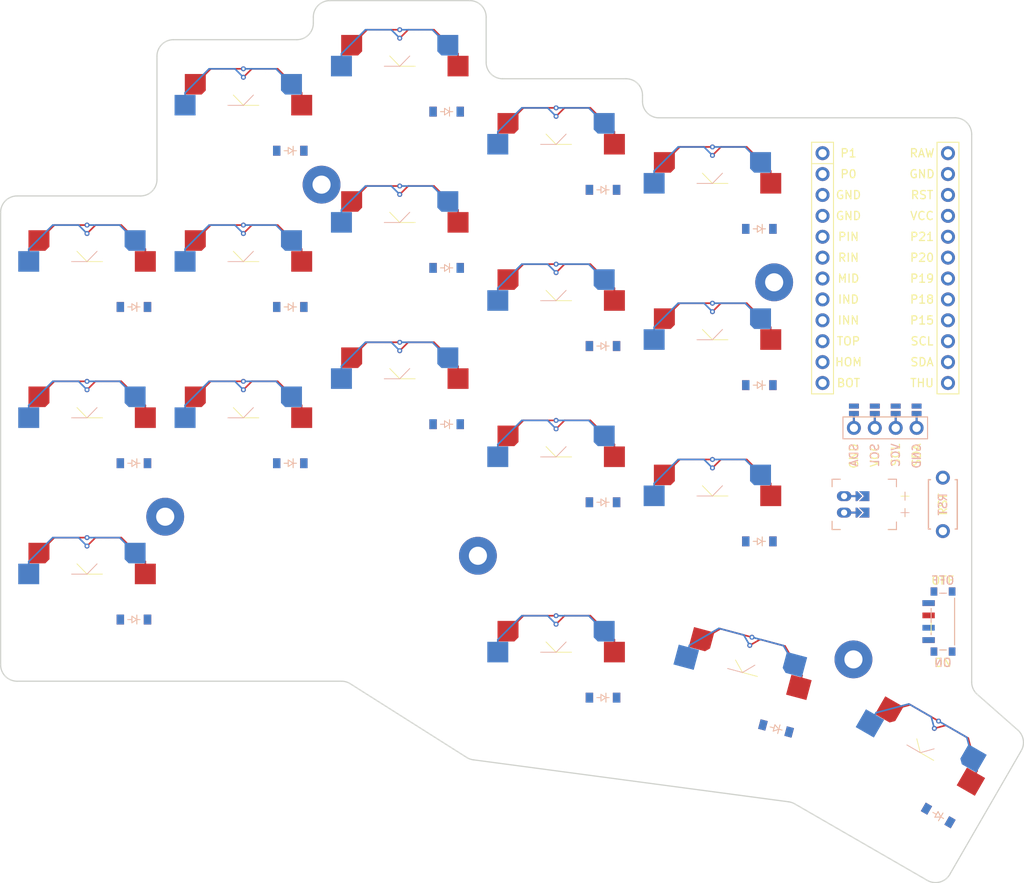
<source format=kicad_pcb>
(kicad_pcb (version 20240108) (generator "ergogen") (generator_version "4.2.1")
  (title_block (title "null36") (date "2026-01-28") (rev "v1.0.0") (company "Unknown"))
  (layers (0 "F.Cu" signal) (31 "B.Cu" signal) (34 "B.Paste" user) (35 "F.Paste" user) (36 "B.SilkS" user "B.Silkscreen") (37 "F.SilkS" user "F.Silkscreen") (38 "B.Mask" user) (39 "F.Mask" user) (44 "Edge.Cuts" user))
  (net 0 "")
  (net 1 "PIN_BOT")
  (net 2 "PIN")
  (net 3 "GND")
  (net 4 "D1")
  (net 5 "D2")
  (net 6 "PIN_HOM")
  (net 7 "PIN_TOP")
  (net 8 "RIN_BOT")
  (net 9 "RIN")
  (net 10 "RIN_HOM")
  (net 11 "RIN_TOP")
  (net 12 "MID_BOT")
  (net 13 "MID")
  (net 14 "MID_HOM")
  (net 15 "MID_TOP")
  (net 16 "IND_BOT")
  (net 17 "IND")
  (net 18 "IND_HOM")
  (net 19 "IND_TOP")
  (net 20 "INN_BOT")
  (net 21 "INN")
  (net 22 "INN_HOM")
  (net 23 "INN_TOP")
  (net 24 "MID_THU")
  (net 25 "IND_THU")
  (net 26 "INN_THU")
  (net 27 "BOT")
  (net 28 "HOM")
  (net 29 "TOP")
  (net 30 "THU")
  (net 31 "SDA")
  (net 32 "SCL")
  (net 33 "VCC")
  (net 34 "DISP1_1")
  (net 35 "DISP1_2")
  (net 36 "DISP1_3")
  (net 37 "DISP1_4")
  (net 38 "RAW")
  (net 39 "RST")
  (net 40 "P21")
  (net 41 "P20")
  (net 42 "P19")
  (net 43 "P18")
  (net 44 "P15")
  (net 45 "P1")
  (net 46 "P0")
  (net 47 "P101")
  (net 48 "P102")
  (net 49 "P107")
  (net 50 "MCU1_24")
  (net 51 "MCU1_1")
  (net 52 "MCU1_23")
  (net 53 "MCU1_2")
  (net 54 "MCU1_22")
  (net 55 "MCU1_3")
  (net 56 "MCU1_21")
  (net 57 "MCU1_4")
  (net 58 "MCU1_20")
  (net 59 "MCU1_5")
  (net 60 "MCU1_19")
  (net 61 "MCU1_6")
  (net 62 "MCU1_18")
  (net 63 "MCU1_7")
  (net 64 "MCU1_17")
  (net 65 "MCU1_8")
  (net 66 "MCU1_16")
  (net 67 "MCU1_9")
  (net 68 "MCU1_15")
  (net 69 "MCU1_10")
  (net 70 "MCU1_14")
  (net 71 "MCU1_11")
  (net 72 "MCU1_13")
  (net 73 "MCU1_12")
  (net 74 "BAT_P")
  (net 75 "JST1_1")
  (net 76 "JST1_2")
  (footprint "ceoloide:switch_mx" (layer "B.Cu") (at 150 150 0)
    (property "Reference" "S1" hide)
  )
  (segment (start 144.158 144.92) (end 146.037 143.041) (width 0.2) (layer "F.Cu") (net 2))
  (segment (start 146.037 143.041) (end 150 143.041) (width 0.2) (layer "F.Cu") (net 1))
  (via (at 150 143.041) (size 0.6) (drill 0.3) (layers "F.Cu" "B.Cu") (net 1))
  (segment (start 150 143.041) (end 153.963 143.0405) (width 0.2) (layer "B.Cu") (net 1))
  (segment (start 153.963 143.041) (end 155.842 144.92) (width 0.2) (layer "B.Cu") (net 1))
  (segment (start 150 144.07) (end 151.029 143.041) (width 0.2) (layer "F.Cu") (net 2))
  (segment (start 154.166 143.041) (end 157.085 145.96) (width 0.2) (layer "F.Cu") (net 2))
  (segment (start 157.085 145.96) (end 157.085 147.46) (width 0.2) (layer "F.Cu") (net 2))
  (segment (start 151.029 143.041) (end 154.166 143.041) (width 0.2) (layer "F.Cu") (net 2))
  (via (at 150 144.07) (size 0.6) (drill 0.3) (layers "F.Cu" "B.Cu") (net 2))
  (segment (start 145.834 143.041) (end 148.971 143.041) (width 0.2) (layer "B.Cu") (net 2))
  (segment (start 142.915 147.46) (end 142.915 145.96) (width 0.2) (layer "B.Cu") (net 2))
  (segment (start 142.915 145.96) (end 145.834 143.041) (width 0.2) (layer "B.Cu") (net 2))
  (segment (start 148.971 143.041) (end 150 144.07) (width 0.2) (layer "B.Cu") (net 2))
  (footprint "ceoloide:switch_mx" (layer "B.Cu") (at 150 131 0)
    (property "Reference" "S2" hide)
  )
  (segment (start 144.158 125.92) (end 146.037 124.041) (width 0.2) (layer "F.Cu") (net 2))
  (segment (start 146.037 124.041) (end 150 124.041) (width 0.2) (layer "F.Cu") (net 6))
  (via (at 150 124.041) (size 0.6) (drill 0.3) (layers "F.Cu" "B.Cu") (net 6))
  (segment (start 150 124.041) (end 153.963 124.0405) (width 0.2) (layer "B.Cu") (net 6))
  (segment (start 153.963 124.041) (end 155.842 125.92) (width 0.2) (layer "B.Cu") (net 6))
  (segment (start 150 125.07) (end 151.029 124.041) (width 0.2) (layer "F.Cu") (net 2))
  (segment (start 154.166 124.041) (end 157.085 126.96) (width 0.2) (layer "F.Cu") (net 2))
  (segment (start 157.085 126.96) (end 157.085 128.46) (width 0.2) (layer "F.Cu") (net 2))
  (segment (start 151.029 124.041) (end 154.166 124.041) (width 0.2) (layer "F.Cu") (net 2))
  (via (at 150 125.07) (size 0.6) (drill 0.3) (layers "F.Cu" "B.Cu") (net 2))
  (segment (start 145.834 124.041) (end 148.971 124.041) (width 0.2) (layer "B.Cu") (net 2))
  (segment (start 142.915 128.46) (end 142.915 126.96) (width 0.2) (layer "B.Cu") (net 2))
  (segment (start 142.915 126.96) (end 145.834 124.041) (width 0.2) (layer "B.Cu") (net 2))
  (segment (start 148.971 124.041) (end 150 125.07) (width 0.2) (layer "B.Cu") (net 2))
  (footprint "ceoloide:switch_mx" (layer "B.Cu") (at 150 112 0)
    (property "Reference" "S3" hide)
  )
  (segment (start 144.158 106.92) (end 146.037 105.041) (width 0.2) (layer "F.Cu") (net 2))
  (segment (start 146.037 105.041) (end 150 105.041) (width 0.2) (layer "F.Cu") (net 7))
  (via (at 150 105.041) (size 0.6) (drill 0.3) (layers "F.Cu" "B.Cu") (net 7))
  (segment (start 150 105.041) (end 153.963 105.0405) (width 0.2) (layer "B.Cu") (net 7))
  (segment (start 153.963 105.041) (end 155.842 106.92) (width 0.2) (layer "B.Cu") (net 7))
  (segment (start 150 106.07) (end 151.029 105.041) (width 0.2) (layer "F.Cu") (net 2))
  (segment (start 154.166 105.041) (end 157.085 107.96) (width 0.2) (layer "F.Cu") (net 2))
  (segment (start 157.085 107.96) (end 157.085 109.46) (width 0.2) (layer "F.Cu") (net 2))
  (segment (start 151.029 105.041) (end 154.166 105.041) (width 0.2) (layer "F.Cu") (net 2))
  (via (at 150 106.07) (size 0.6) (drill 0.3) (layers "F.Cu" "B.Cu") (net 2))
  (segment (start 145.834 105.041) (end 148.971 105.041) (width 0.2) (layer "B.Cu") (net 2))
  (segment (start 142.915 109.46) (end 142.915 107.96) (width 0.2) (layer "B.Cu") (net 2))
  (segment (start 142.915 107.96) (end 145.834 105.041) (width 0.2) (layer "B.Cu") (net 2))
  (segment (start 148.971 105.041) (end 150 106.07) (width 0.2) (layer "B.Cu") (net 2))
  (footprint "ceoloide:switch_mx" (layer "B.Cu") (at 169 131 0)
    (property "Reference" "S4" hide)
  )
  (segment (start 163.158 125.92) (end 165.037 124.041) (width 0.2) (layer "F.Cu") (net 9))
  (segment (start 165.037 124.041) (end 169 124.041) (width 0.2) (layer "F.Cu") (net 8))
  (via (at 169 124.041) (size 0.6) (drill 0.3) (layers "F.Cu" "B.Cu") (net 8))
  (segment (start 169 124.041) (end 172.963 124.0405) (width 0.2) (layer "B.Cu") (net 8))
  (segment (start 172.963 124.041) (end 174.842 125.92) (width 0.2) (layer "B.Cu") (net 8))
  (segment (start 169 125.07) (end 170.029 124.041) (width 0.2) (layer "F.Cu") (net 9))
  (segment (start 173.166 124.041) (end 176.085 126.96) (width 0.2) (layer "F.Cu") (net 9))
  (segment (start 176.085 126.96) (end 176.085 128.46) (width 0.2) (layer "F.Cu") (net 9))
  (segment (start 170.029 124.041) (end 173.166 124.041) (width 0.2) (layer "F.Cu") (net 9))
  (via (at 169 125.07) (size 0.6) (drill 0.3) (layers "F.Cu" "B.Cu") (net 9))
  (segment (start 164.834 124.041) (end 167.971 124.041) (width 0.2) (layer "B.Cu") (net 9))
  (segment (start 161.915 128.46) (end 161.915 126.96) (width 0.2) (layer "B.Cu") (net 9))
  (segment (start 161.915 126.96) (end 164.834 124.041) (width 0.2) (layer "B.Cu") (net 9))
  (segment (start 167.971 124.041) (end 169 125.07) (width 0.2) (layer "B.Cu") (net 9))
  (footprint "ceoloide:switch_mx" (layer "B.Cu") (at 169 112 0)
    (property "Reference" "S5" hide)
  )
  (segment (start 163.158 106.92) (end 165.037 105.041) (width 0.2) (layer "F.Cu") (net 9))
  (segment (start 165.037 105.041) (end 169 105.041) (width 0.2) (layer "F.Cu") (net 10))
  (via (at 169 105.041) (size 0.6) (drill 0.3) (layers "F.Cu" "B.Cu") (net 10))
  (segment (start 169 105.041) (end 172.963 105.0405) (width 0.2) (layer "B.Cu") (net 10))
  (segment (start 172.963 105.041) (end 174.842 106.92) (width 0.2) (layer "B.Cu") (net 10))
  (segment (start 169 106.07) (end 170.029 105.041) (width 0.2) (layer "F.Cu") (net 9))
  (segment (start 173.166 105.041) (end 176.085 107.96) (width 0.2) (layer "F.Cu") (net 9))
  (segment (start 176.085 107.96) (end 176.085 109.46) (width 0.2) (layer "F.Cu") (net 9))
  (segment (start 170.029 105.041) (end 173.166 105.041) (width 0.2) (layer "F.Cu") (net 9))
  (via (at 169 106.07) (size 0.6) (drill 0.3) (layers "F.Cu" "B.Cu") (net 9))
  (segment (start 164.834 105.041) (end 167.971 105.041) (width 0.2) (layer "B.Cu") (net 9))
  (segment (start 161.915 109.46) (end 161.915 107.96) (width 0.2) (layer "B.Cu") (net 9))
  (segment (start 161.915 107.96) (end 164.834 105.041) (width 0.2) (layer "B.Cu") (net 9))
  (segment (start 167.971 105.041) (end 169 106.07) (width 0.2) (layer "B.Cu") (net 9))
  (footprint "ceoloide:switch_mx" (layer "B.Cu") (at 169 93 0)
    (property "Reference" "S6" hide)
  )
  (segment (start 163.158 87.92) (end 165.037 86.041) (width 0.2) (layer "F.Cu") (net 9))
  (segment (start 165.037 86.041) (end 169 86.041) (width 0.2) (layer "F.Cu") (net 11))
  (via (at 169 86.041) (size 0.6) (drill 0.3) (layers "F.Cu" "B.Cu") (net 11))
  (segment (start 169 86.041) (end 172.963 86.0405) (width 0.2) (layer "B.Cu") (net 11))
  (segment (start 172.963 86.041) (end 174.842 87.92) (width 0.2) (layer "B.Cu") (net 11))
  (segment (start 169 87.07) (end 170.029 86.041) (width 0.2) (layer "F.Cu") (net 9))
  (segment (start 173.166 86.041) (end 176.085 88.96) (width 0.2) (layer "F.Cu") (net 9))
  (segment (start 176.085 88.96) (end 176.085 90.46) (width 0.2) (layer "F.Cu") (net 9))
  (segment (start 170.029 86.041) (end 173.166 86.041) (width 0.2) (layer "F.Cu") (net 9))
  (via (at 169 87.07) (size 0.6) (drill 0.3) (layers "F.Cu" "B.Cu") (net 9))
  (segment (start 164.834 86.041) (end 167.971 86.041) (width 0.2) (layer "B.Cu") (net 9))
  (segment (start 161.915 90.46) (end 161.915 88.96) (width 0.2) (layer "B.Cu") (net 9))
  (segment (start 161.915 88.96) (end 164.834 86.041) (width 0.2) (layer "B.Cu") (net 9))
  (segment (start 167.971 86.041) (end 169 87.07) (width 0.2) (layer "B.Cu") (net 9))
  (footprint "ceoloide:switch_mx" (layer "B.Cu") (at 188 126.25 0)
    (property "Reference" "S7" hide)
  )
  (segment (start 182.158 121.17) (end 184.037 119.291) (width 0.2) (layer "F.Cu") (net 13))
  (segment (start 184.037 119.291) (end 188 119.291) (width 0.2) (layer "F.Cu") (net 12))
  (via (at 188 119.291) (size 0.6) (drill 0.3) (layers "F.Cu" "B.Cu") (net 12))
  (segment (start 188 119.291) (end 191.963 119.2905) (width 0.2) (layer "B.Cu") (net 12))
  (segment (start 191.963 119.291) (end 193.842 121.17) (width 0.2) (layer "B.Cu") (net 12))
  (segment (start 188 120.32) (end 189.029 119.291) (width 0.2) (layer "F.Cu") (net 13))
  (segment (start 192.166 119.291) (end 195.085 122.21) (width 0.2) (layer "F.Cu") (net 13))
  (segment (start 195.085 122.21) (end 195.085 123.71) (width 0.2) (layer "F.Cu") (net 13))
  (segment (start 189.029 119.291) (end 192.166 119.291) (width 0.2) (layer "F.Cu") (net 13))
  (via (at 188 120.32) (size 0.6) (drill 0.3) (layers "F.Cu" "B.Cu") (net 13))
  (segment (start 183.834 119.291) (end 186.971 119.291) (width 0.2) (layer "B.Cu") (net 13))
  (segment (start 180.915 123.71) (end 180.915 122.21) (width 0.2) (layer "B.Cu") (net 13))
  (segment (start 180.915 122.21) (end 183.834 119.291) (width 0.2) (layer "B.Cu") (net 13))
  (segment (start 186.971 119.291) (end 188 120.32) (width 0.2) (layer "B.Cu") (net 13))
  (footprint "ceoloide:switch_mx" (layer "B.Cu") (at 188 107.25 0)
    (property "Reference" "S8" hide)
  )
  (segment (start 182.158 102.17) (end 184.037 100.291) (width 0.2) (layer "F.Cu") (net 13))
  (segment (start 184.037 100.291) (end 188 100.291) (width 0.2) (layer "F.Cu") (net 14))
  (via (at 188 100.291) (size 0.6) (drill 0.3) (layers "F.Cu" "B.Cu") (net 14))
  (segment (start 188 100.291) (end 191.963 100.2905) (width 0.2) (layer "B.Cu") (net 14))
  (segment (start 191.963 100.291) (end 193.842 102.17) (width 0.2) (layer "B.Cu") (net 14))
  (segment (start 188 101.32) (end 189.029 100.291) (width 0.2) (layer "F.Cu") (net 13))
  (segment (start 192.166 100.291) (end 195.085 103.21) (width 0.2) (layer "F.Cu") (net 13))
  (segment (start 195.085 103.21) (end 195.085 104.71) (width 0.2) (layer "F.Cu") (net 13))
  (segment (start 189.029 100.291) (end 192.166 100.291) (width 0.2) (layer "F.Cu") (net 13))
  (via (at 188 101.32) (size 0.6) (drill 0.3) (layers "F.Cu" "B.Cu") (net 13))
  (segment (start 183.834 100.291) (end 186.971 100.291) (width 0.2) (layer "B.Cu") (net 13))
  (segment (start 180.915 104.71) (end 180.915 103.21) (width 0.2) (layer "B.Cu") (net 13))
  (segment (start 180.915 103.21) (end 183.834 100.291) (width 0.2) (layer "B.Cu") (net 13))
  (segment (start 186.971 100.291) (end 188 101.32) (width 0.2) (layer "B.Cu") (net 13))
  (footprint "ceoloide:switch_mx" (layer "B.Cu") (at 188 88.25 0)
    (property "Reference" "S9" hide)
  )
  (segment (start 182.158 83.17) (end 184.037 81.291) (width 0.2) (layer "F.Cu") (net 13))
  (segment (start 184.037 81.291) (end 188 81.291) (width 0.2) (layer "F.Cu") (net 15))
  (via (at 188 81.291) (size 0.6) (drill 0.3) (layers "F.Cu" "B.Cu") (net 15))
  (segment (start 188 81.291) (end 191.963 81.2905) (width 0.2) (layer "B.Cu") (net 15))
  (segment (start 191.963 81.291) (end 193.842 83.17) (width 0.2) (layer "B.Cu") (net 15))
  (segment (start 188 82.32) (end 189.029 81.291) (width 0.2) (layer "F.Cu") (net 13))
  (segment (start 192.166 81.291) (end 195.085 84.21) (width 0.2) (layer "F.Cu") (net 13))
  (segment (start 195.085 84.21) (end 195.085 85.71) (width 0.2) (layer "F.Cu") (net 13))
  (segment (start 189.029 81.291) (end 192.166 81.291) (width 0.2) (layer "F.Cu") (net 13))
  (via (at 188 82.32) (size 0.6) (drill 0.3) (layers "F.Cu" "B.Cu") (net 13))
  (segment (start 183.834 81.291) (end 186.971 81.291) (width 0.2) (layer "B.Cu") (net 13))
  (segment (start 180.915 85.71) (end 180.915 84.21) (width 0.2) (layer "B.Cu") (net 13))
  (segment (start 180.915 84.21) (end 183.834 81.291) (width 0.2) (layer "B.Cu") (net 13))
  (segment (start 186.971 81.291) (end 188 82.32) (width 0.2) (layer "B.Cu") (net 13))
  (footprint "ceoloide:switch_mx" (layer "B.Cu") (at 207 135.75 0)
    (property "Reference" "S10" hide)
  )
  (segment (start 201.158 130.67) (end 203.037 128.791) (width 0.2) (layer "F.Cu") (net 17))
  (segment (start 203.037 128.791) (end 207 128.791) (width 0.2) (layer "F.Cu") (net 16))
  (via (at 207 128.791) (size 0.6) (drill 0.3) (layers "F.Cu" "B.Cu") (net 16))
  (segment (start 207 128.791) (end 210.963 128.7905) (width 0.2) (layer "B.Cu") (net 16))
  (segment (start 210.963 128.791) (end 212.842 130.67) (width 0.2) (layer "B.Cu") (net 16))
  (segment (start 207 129.82) (end 208.029 128.791) (width 0.2) (layer "F.Cu") (net 17))
  (segment (start 211.166 128.791) (end 214.085 131.71) (width 0.2) (layer "F.Cu") (net 17))
  (segment (start 214.085 131.71) (end 214.085 133.21) (width 0.2) (layer "F.Cu") (net 17))
  (segment (start 208.029 128.791) (end 211.166 128.791) (width 0.2) (layer "F.Cu") (net 17))
  (via (at 207 129.82) (size 0.6) (drill 0.3) (layers "F.Cu" "B.Cu") (net 17))
  (segment (start 202.834 128.791) (end 205.971 128.791) (width 0.2) (layer "B.Cu") (net 17))
  (segment (start 199.915 133.21) (end 199.915 131.71) (width 0.2) (layer "B.Cu") (net 17))
  (segment (start 199.915 131.71) (end 202.834 128.791) (width 0.2) (layer "B.Cu") (net 17))
  (segment (start 205.971 128.791) (end 207 129.82) (width 0.2) (layer "B.Cu") (net 17))
  (footprint "ceoloide:switch_mx" (layer "B.Cu") (at 207 116.75 0)
    (property "Reference" "S11" hide)
  )
  (segment (start 201.158 111.67) (end 203.037 109.791) (width 0.2) (layer "F.Cu") (net 17))
  (segment (start 203.037 109.791) (end 207 109.791) (width 0.2) (layer "F.Cu") (net 18))
  (via (at 207 109.791) (size 0.6) (drill 0.3) (layers "F.Cu" "B.Cu") (net 18))
  (segment (start 207 109.791) (end 210.963 109.7905) (width 0.2) (layer "B.Cu") (net 18))
  (segment (start 210.963 109.791) (end 212.842 111.67) (width 0.2) (layer "B.Cu") (net 18))
  (segment (start 207 110.82) (end 208.029 109.791) (width 0.2) (layer "F.Cu") (net 17))
  (segment (start 211.166 109.791) (end 214.085 112.71) (width 0.2) (layer "F.Cu") (net 17))
  (segment (start 214.085 112.71) (end 214.085 114.21) (width 0.2) (layer "F.Cu") (net 17))
  (segment (start 208.029 109.791) (end 211.166 109.791) (width 0.2) (layer "F.Cu") (net 17))
  (via (at 207 110.82) (size 0.6) (drill 0.3) (layers "F.Cu" "B.Cu") (net 17))
  (segment (start 202.834 109.791) (end 205.971 109.791) (width 0.2) (layer "B.Cu") (net 17))
  (segment (start 199.915 114.21) (end 199.915 112.71) (width 0.2) (layer "B.Cu") (net 17))
  (segment (start 199.915 112.71) (end 202.834 109.791) (width 0.2) (layer "B.Cu") (net 17))
  (segment (start 205.971 109.791) (end 207 110.82) (width 0.2) (layer "B.Cu") (net 17))
  (footprint "ceoloide:switch_mx" (layer "B.Cu") (at 207 97.75 0)
    (property "Reference" "S12" hide)
  )
  (segment (start 201.158 92.67) (end 203.037 90.791) (width 0.2) (layer "F.Cu") (net 17))
  (segment (start 203.037 90.791) (end 207 90.791) (width 0.2) (layer "F.Cu") (net 19))
  (via (at 207 90.791) (size 0.6) (drill 0.3) (layers "F.Cu" "B.Cu") (net 19))
  (segment (start 207 90.791) (end 210.963 90.7905) (width 0.2) (layer "B.Cu") (net 19))
  (segment (start 210.963 90.791) (end 212.842 92.67) (width 0.2) (layer "B.Cu") (net 19))
  (segment (start 207 91.82) (end 208.029 90.791) (width 0.2) (layer "F.Cu") (net 17))
  (segment (start 211.166 90.791) (end 214.085 93.71) (width 0.2) (layer "F.Cu") (net 17))
  (segment (start 214.085 93.71) (end 214.085 95.21) (width 0.2) (layer "F.Cu") (net 17))
  (segment (start 208.029 90.791) (end 211.166 90.791) (width 0.2) (layer "F.Cu") (net 17))
  (via (at 207 91.82) (size 0.6) (drill 0.3) (layers "F.Cu" "B.Cu") (net 17))
  (segment (start 202.834 90.791) (end 205.971 90.791) (width 0.2) (layer "B.Cu") (net 17))
  (segment (start 199.915 95.21) (end 199.915 93.71) (width 0.2) (layer "B.Cu") (net 17))
  (segment (start 199.915 93.71) (end 202.834 90.791) (width 0.2) (layer "B.Cu") (net 17))
  (segment (start 205.971 90.791) (end 207 91.82) (width 0.2) (layer "B.Cu") (net 17))
  (footprint "ceoloide:switch_mx" (layer "B.Cu") (at 226 140.5 0)
    (property "Reference" "S13" hide)
  )
  (segment (start 220.158 135.42) (end 222.037 133.541) (width 0.2) (layer "F.Cu") (net 21))
  (segment (start 222.037 133.541) (end 226 133.541) (width 0.2) (layer "F.Cu") (net 20))
  (via (at 226 133.541) (size 0.6) (drill 0.3) (layers "F.Cu" "B.Cu") (net 20))
  (segment (start 226 133.541) (end 229.963 133.5405) (width 0.2) (layer "B.Cu") (net 20))
  (segment (start 229.963 133.541) (end 231.842 135.42) (width 0.2) (layer "B.Cu") (net 20))
  (segment (start 226 134.57) (end 227.029 133.541) (width 0.2) (layer "F.Cu") (net 21))
  (segment (start 230.166 133.541) (end 233.085 136.46) (width 0.2) (layer "F.Cu") (net 21))
  (segment (start 233.085 136.46) (end 233.085 137.96) (width 0.2) (layer "F.Cu") (net 21))
  (segment (start 227.029 133.541) (end 230.166 133.541) (width 0.2) (layer "F.Cu") (net 21))
  (via (at 226 134.57) (size 0.6) (drill 0.3) (layers "F.Cu" "B.Cu") (net 21))
  (segment (start 221.834 133.541) (end 224.971 133.541) (width 0.2) (layer "B.Cu") (net 21))
  (segment (start 218.915 137.96) (end 218.915 136.46) (width 0.2) (layer "B.Cu") (net 21))
  (segment (start 218.915 136.46) (end 221.834 133.541) (width 0.2) (layer "B.Cu") (net 21))
  (segment (start 224.971 133.541) (end 226 134.57) (width 0.2) (layer "B.Cu") (net 21))
  (footprint "ceoloide:switch_mx" (layer "B.Cu") (at 226 121.5 0)
    (property "Reference" "S14" hide)
  )
  (segment (start 220.158 116.42) (end 222.037 114.541) (width 0.2) (layer "F.Cu") (net 21))
  (segment (start 222.037 114.541) (end 226 114.541) (width 0.2) (layer "F.Cu") (net 22))
  (via (at 226 114.541) (size 0.6) (drill 0.3) (layers "F.Cu" "B.Cu") (net 22))
  (segment (start 226 114.541) (end 229.963 114.5405) (width 0.2) (layer "B.Cu") (net 22))
  (segment (start 229.963 114.541) (end 231.842 116.42) (width 0.2) (layer "B.Cu") (net 22))
  (segment (start 226 115.57) (end 227.029 114.541) (width 0.2) (layer "F.Cu") (net 21))
  (segment (start 230.166 114.541) (end 233.085 117.46) (width 0.2) (layer "F.Cu") (net 21))
  (segment (start 233.085 117.46) (end 233.085 118.96) (width 0.2) (layer "F.Cu") (net 21))
  (segment (start 227.029 114.541) (end 230.166 114.541) (width 0.2) (layer "F.Cu") (net 21))
  (via (at 226 115.57) (size 0.6) (drill 0.3) (layers "F.Cu" "B.Cu") (net 21))
  (segment (start 221.834 114.541) (end 224.971 114.541) (width 0.2) (layer "B.Cu") (net 21))
  (segment (start 218.915 118.96) (end 218.915 117.46) (width 0.2) (layer "B.Cu") (net 21))
  (segment (start 218.915 117.46) (end 221.834 114.541) (width 0.2) (layer "B.Cu") (net 21))
  (segment (start 224.971 114.541) (end 226 115.57) (width 0.2) (layer "B.Cu") (net 21))
  (footprint "ceoloide:switch_mx" (layer "B.Cu") (at 226 102.5 0)
    (property "Reference" "S15" hide)
  )
  (segment (start 220.158 97.42) (end 222.037 95.541) (width 0.2) (layer "F.Cu") (net 21))
  (segment (start 222.037 95.541) (end 226 95.541) (width 0.2) (layer "F.Cu") (net 23))
  (via (at 226 95.541) (size 0.6) (drill 0.3) (layers "F.Cu" "B.Cu") (net 23))
  (segment (start 226 95.541) (end 229.963 95.5405) (width 0.2) (layer "B.Cu") (net 23))
  (segment (start 229.963 95.541) (end 231.842 97.42) (width 0.2) (layer "B.Cu") (net 23))
  (segment (start 226 96.57) (end 227.029 95.541) (width 0.2) (layer "F.Cu") (net 21))
  (segment (start 230.166 95.541) (end 233.085 98.46) (width 0.2) (layer "F.Cu") (net 21))
  (segment (start 233.085 98.46) (end 233.085 99.96) (width 0.2) (layer "F.Cu") (net 21))
  (segment (start 227.029 95.541) (end 230.166 95.541) (width 0.2) (layer "F.Cu") (net 21))
  (via (at 226 96.57) (size 0.6) (drill 0.3) (layers "F.Cu" "B.Cu") (net 21))
  (segment (start 221.834 95.541) (end 224.971 95.541) (width 0.2) (layer "B.Cu") (net 21))
  (segment (start 218.915 99.96) (end 218.915 98.46) (width 0.2) (layer "B.Cu") (net 21))
  (segment (start 218.915 98.46) (end 221.834 95.541) (width 0.2) (layer "B.Cu") (net 21))
  (segment (start 224.971 95.541) (end 226 96.57) (width 0.2) (layer "B.Cu") (net 21))
  (footprint "ceoloide:switch_mx" (layer "B.Cu") (at 207 159.5 0)
    (property "Reference" "S16" hide)
  )
  (segment (start 201.158 154.42) (end 203.037 152.541) (width 0.2) (layer "F.Cu") (net 13))
  (segment (start 203.037 152.541) (end 207 152.541) (width 0.2) (layer "F.Cu") (net 24))
  (via (at 207 152.541) (size 0.6) (drill 0.3) (layers "F.Cu" "B.Cu") (net 24))
  (segment (start 207 152.541) (end 210.963 152.5405) (width 0.2) (layer "B.Cu") (net 24))
  (segment (start 210.963 152.541) (end 212.842 154.42) (width 0.2) (layer "B.Cu") (net 24))
  (segment (start 207 153.57) (end 208.029 152.541) (width 0.2) (layer "F.Cu") (net 13))
  (segment (start 211.166 152.541) (end 214.085 155.46) (width 0.2) (layer "F.Cu") (net 13))
  (segment (start 214.085 155.46) (end 214.085 156.96) (width 0.2) (layer "F.Cu") (net 13))
  (segment (start 208.029 152.541) (end 211.166 152.541) (width 0.2) (layer "F.Cu") (net 13))
  (via (at 207 153.57) (size 0.6) (drill 0.3) (layers "F.Cu" "B.Cu") (net 13))
  (segment (start 202.834 152.541) (end 205.971 152.541) (width 0.2) (layer "B.Cu") (net 13))
  (segment (start 199.915 156.96) (end 199.915 155.46) (width 0.2) (layer "B.Cu") (net 13))
  (segment (start 199.915 155.46) (end 202.834 152.541) (width 0.2) (layer "B.Cu") (net 13))
  (segment (start 205.971 152.541) (end 207 153.57) (width 0.2) (layer "B.Cu") (net 13))
  (footprint "ceoloide:switch_mx" (layer "B.Cu") (at 229 161.875 -15)
    (property "Reference" "S17" hide)
  )
  (segment (start 224.6718621 155.4560759) (end 226.9731577 154.1274223) (width 0.2) (layer "F.Cu") (net 17))
  (segment (start 226.9731577 154.1274223) (end 230.8011217 155.1531222) (width 0.2) (layer "F.Cu") (net 25))
  (via (at 230.8011217 155.1531222) (size 0.6) (drill 0.3) (layers "F.Cu" "B.Cu") (net 25))
  (segment (start 230.8011217 155.1531222) (end 234.6292152 156.1783391) (width 0.2) (layer "B.Cu") (net 25))
  (segment (start 234.6290858 156.1788221) (end 235.9577394 158.4801177) (width 0.2) (layer "B.Cu") (net 25))
  (segment (start 230.5347969 156.1470599) (end 231.7950594 155.419447) (width 0.2) (layer "F.Cu") (net 17))
  (segment (start 234.8251687 156.2313623) (end 236.8892134 159.8063926) (width 0.2) (layer "F.Cu") (net 17))
  (segment (start 236.8892134 159.8063926) (end 236.5009849 161.2552813) (width 0.2) (layer "F.Cu") (net 17))
  (segment (start 231.7950594 155.419447) (end 234.8251687 156.2313623) (width 0.2) (layer "F.Cu") (net 17))
  (via (at 230.5347969 156.1470599) (size 0.6) (drill 0.3) (layers "F.Cu" "B.Cu") (net 17))
  (segment (start 226.77707470000001 154.074882) (end 229.8071841 154.8867974) (width 0.2) (layer "B.Cu") (net 17))
  (segment (start 222.8138159 157.5878155) (end 223.2020445 156.1389267) (width 0.2) (layer "B.Cu") (net 17))
  (segment (start 223.2020445 156.1389267) (end 226.77707470000001 154.074882) (width 0.2) (layer "B.Cu") (net 17))
  (segment (start 229.8071841 154.8867974) (end 230.5347969 156.1470599) (width 0.2) (layer "B.Cu") (net 17))
  (footprint "ceoloide:switch_mx" (layer "B.Cu") (at 250 171.375 -30)
    (property "Reference" "S18" hide)
  )
  (segment (start 247.4806796 164.0545909) (end 250.0474413 163.3668292) (width 0.2) (layer "F.Cu") (net 21))
  (segment (start 250.0474413 163.3668292) (end 253.4795 165.3483292) (width 0.2) (layer "F.Cu") (net 26))
  (via (at 253.4795 165.3483292) (size 0.6) (drill 0.3) (layers "F.Cu" "B.Cu") (net 26))
  (segment (start 253.4795 165.3483292) (end 256.9118087 167.3293962) (width 0.2) (layer "B.Cu") (net 26))
  (segment (start 256.9115587 167.3298292) (end 257.5993204 169.8965909) (width 0.2) (layer "B.Cu") (net 26))
  (segment (start 252.965 166.2394694) (end 254.3706401 165.8628292) (width 0.2) (layer "F.Cu") (net 21))
  (segment (start 257.0873618 167.4313292) (end 258.15579 171.4187574) (width 0.2) (layer "F.Cu") (net 21))
  (segment (start 258.15579 171.4187574) (end 257.40579 172.7177955) (width 0.2) (layer "F.Cu") (net 21))
  (segment (start 254.3706401 165.8628292) (end 257.0873618 167.4313292) (width 0.2) (layer "F.Cu") (net 21))
  (via (at 252.965 166.2394694) (size 0.6) (drill 0.3) (layers "F.Cu" "B.Cu") (net 21))
  (segment (start 249.8716382 163.2653292) (end 252.5883599 164.8338292) (width 0.2) (layer "B.Cu") (net 21))
  (segment (start 245.13421 165.6327955) (end 245.88421 164.3337574) (width 0.2) (layer "B.Cu") (net 21))
  (segment (start 245.88421 164.3337574) (end 249.8716382 163.2653292) (width 0.2) (layer "B.Cu") (net 21))
  (segment (start 252.5883599 164.8338292) (end 252.965 166.2394694) (width 0.2) (layer "B.Cu") (net 21))
  (footprint "ceoloide:diode_tht_sod123" (layer "F.Cu") (at 155.7 153 180)
    (property "Reference" "D1" hide)
  )
  (footprint "ceoloide:diode_tht_sod123" (layer "F.Cu") (at 155.7 134 180)
    (property "Reference" "D2" hide)
  )
  (footprint "ceoloide:diode_tht_sod123" (layer "F.Cu") (at 155.7 115 180)
    (property "Reference" "D3" hide)
  )
  (footprint "ceoloide:diode_tht_sod123" (layer "F.Cu") (at 174.7 134 180)
    (property "Reference" "D4" hide)
  )
  (footprint "ceoloide:diode_tht_sod123" (layer "F.Cu") (at 174.7 115 180)
    (property "Reference" "D5" hide)
  )
  (footprint "ceoloide:diode_tht_sod123" (layer "F.Cu") (at 174.7 96 180)
    (property "Reference" "D6" hide)
  )
  (footprint "ceoloide:diode_tht_sod123" (layer "F.Cu") (at 193.7 129.25 180)
    (property "Reference" "D7" hide)
  )
  (footprint "ceoloide:diode_tht_sod123" (layer "F.Cu") (at 193.7 110.25 180)
    (property "Reference" "D8" hide)
  )
  (footprint "ceoloide:diode_tht_sod123" (layer "F.Cu") (at 193.7 91.25 180)
    (property "Reference" "D9" hide)
  )
  (footprint "ceoloide:diode_tht_sod123" (layer "F.Cu") (at 212.7 138.75 180)
    (property "Reference" "D10" hide)
  )
  (footprint "ceoloide:diode_tht_sod123" (layer "F.Cu") (at 212.7 119.75 180)
    (property "Reference" "D11" hide)
  )
  (footprint "ceoloide:diode_tht_sod123" (layer "F.Cu") (at 212.7 100.75 180)
    (property "Reference" "D12" hide)
  )
  (footprint "ceoloide:diode_tht_sod123" (layer "F.Cu") (at 231.7 143.5 180)
    (property "Reference" "D13" hide)
  )
  (footprint "ceoloide:diode_tht_sod123" (layer "F.Cu") (at 231.7 124.5 180)
    (property "Reference" "D14" hide)
  )
  (footprint "ceoloide:diode_tht_sod123" (layer "F.Cu") (at 231.7 105.5 180)
    (property "Reference" "D15" hide)
  )
  (footprint "ceoloide:diode_tht_sod123" (layer "F.Cu") (at 212.7 162.5 180)
    (property "Reference" "D16" hide)
  )
  (footprint "ceoloide:diode_tht_sod123" (layer "F.Cu") (at 233.7293201 166.248046 165)
    (property "Reference" "D17" hide)
  )
  (footprint "ceoloide:diode_tht_sod123" (layer "F.Cu") (at 253.4363448 176.8230762 150)
    (property "Reference" "D18" hide)
  )
  (footprint "ceoloide:display_ssd1306" (layer "F.Cu") (at 247 113 0)
    (property "Reference" "DISP1" hide)
  )
  (segment (start 243.19 129.7) (end 243.19 127.95) (width 0.25) (layer "F.Cu") (net 34))
  (segment (start 245.73 129.7) (end 245.73 127.95) (width 0.25) (layer "F.Cu") (net 35))
  (segment (start 248.27 129.7) (end 248.27 127.95) (width 0.25) (layer "F.Cu") (net 36))
  (segment (start 250.81 129.7) (end 250.81 127.95) (width 0.25) (layer "F.Cu") (net 37))
  (segment (start 243.19 129.7) (end 243.19 127.95) (width 0.25) (layer "B.Cu") (net 34))
  (segment (start 245.73 129.7) (end 245.73 127.95) (width 0.25) (layer "B.Cu") (net 35))
  (segment (start 248.27 129.7) (end 248.27 127.95) (width 0.25) (layer "B.Cu") (net 36))
  (segment (start 250.81 129.7) (end 250.81 127.95) (width 0.25) (layer "B.Cu") (net 37))
  (footprint "ceoloide:mcu_supermini_nrf52840" (layer "F.Cu") (at 247 109 0)
    (property "Reference" "MCU1" hide)
  )
  (footprint "ceoloide:battery_connector_jst_ph_2" (layer "F.Cu") (at 242 139 90)
    (property "Reference" "JST1" hide)
  )
  (segment (start 243.8 140) (end 242 140) (width 0.25) (layer "F.Cu") (net 75))
  (segment (start 243.8 140) (end 242 140) (width 0.25) (layer "B.Cu") (net 75))
  (segment (start 243.8 138) (end 242 138) (width 0.25) (layer "F.Cu") (net 76))
  (segment (start 243.8 138) (end 242 138) (width 0.25) (layer "B.Cu") (net 76))
  (footprint "ceoloide:power_switch_smd_side" (layer "F.Cu") (at 254 153.25 0)
    (property "Reference" "PWR1" hide)
  )
  (footprint "ceoloide:reset_switch_tht_top" (layer "F.Cu") (at 254 139 90)
    (property "Reference" "RST1" hide)
  )
  (footprint "ceoloide:mounting_hole_npth" (layer "F.Cu") (at 159.5 140.5 0)
    (property "Reference" "MH1" hide)
  )
  (footprint "ceoloide:mounting_hole_npth" (layer "F.Cu") (at 178.5 100.125 0)
    (property "Reference" "MH2" hide)
  )
  (footprint "ceoloide:mounting_hole_npth" (layer "F.Cu") (at 243.1354926 157.8481444 -22.5)
    (property "Reference" "MH3" hide)
  )
  (footprint "ceoloide:mounting_hole_npth" (layer "F.Cu") (at 233.5 112 0)
    (property "Reference" "MH4" hide)
  )
  (footprint "ceoloide:mounting_hole_npth" (layer "F.Cu") (at 197.5 145.25 0)
    (property "Reference" "MH5" hide)
  )
  (gr_line (start 156.5 101.5) (end 141.5 101.5) (layer Edge.Cuts) (stroke (width 0.15)))
  (gr_line (start 139.5 103.5) (end 139.5 158.5) (layer Edge.Cuts) (stroke (width 0.15)))
  (gr_line (start 141.5 160.5) (end 180.91994074736846 160.5) (layer Edge.Cuts) (stroke (width 0.15)))
  (gr_line (start 181.9900449473685 160.81036180000007) (end 196.12918022328884 169.7651474747496) (layer Edge.Cuts) (stroke (width 0.15)))
  (gr_line (start 196.93508782328885 170.05798247474956) (end 235.26402867390715 175.1659324703395) (layer Edge.Cuts) (stroke (width 0.15)))
  (gr_line (start 235.9998320739071 175.41635487033952) (end 252.11121589999996 184.7182667) (layer Edge.Cuts) (stroke (width 0.15)))
  (gr_line (start 254.8432667 183.9862159) (end 263.52467884186376 168.94956905455518) (layer Edge.Cuts) (stroke (width 0.15)))
  (gr_line (start 263.1150767922595 166.44919271083342) (end 258.1775512496043 162.0972013972062) (layer Edge.Cuts) (stroke (width 0.15)))
  (gr_line (start 257.5 160.59682505348442) (end 257.5 94) (layer Edge.Cuts) (stroke (width 0.15)))
  (gr_line (start 255.5 92) (end 219.5 92) (layer Edge.Cuts) (stroke (width 0.15)))
  (gr_line (start 217.5 90) (end 217.5 89.25) (layer Edge.Cuts) (stroke (width 0.15)))
  (gr_line (start 215.5 87.25) (end 200.5 87.25) (layer Edge.Cuts) (stroke (width 0.15)))
  (gr_line (start 198.5 85.25) (end 198.5 79.75) (layer Edge.Cuts) (stroke (width 0.15)))
  (gr_line (start 196.5 77.75) (end 179.5 77.75) (layer Edge.Cuts) (stroke (width 0.15)))
  (gr_line (start 177.5 79.75) (end 177.5 80.5) (layer Edge.Cuts) (stroke (width 0.15)))
  (gr_line (start 175.5 82.5) (end 160.5 82.5) (layer Edge.Cuts) (stroke (width 0.15)))
  (gr_line (start 158.5 84.5) (end 158.5 99.5) (layer Edge.Cuts) (stroke (width 0.15)))
  (gr_arc (start 141.5 101.5) (mid 140.0857864 102.0857864) (end 139.5 103.5) (layer Edge.Cuts) (stroke (width 0.15)))
  (gr_arc (start 139.5 158.5) (mid 140.0857864 159.9142136) (end 141.5 160.5) (layer Edge.Cuts) (stroke (width 0.15)))
  (gr_arc (start 181.99004494736846 160.8103619) (mid 181.47704204736846 160.579157) (end 180.91994084736845 160.5) (layer Edge.Cuts) (stroke (width 0.15)))
  (gr_arc (start 196.12918022328884 169.7651473747496) (mid 196.51625602328883 169.95526247474962) (end 196.93508772328883 170.0579824747496) (layer Edge.Cuts) (stroke (width 0.15)))
  (gr_arc (start 235.99983207390713 175.41635487033952) (mid 235.64421247390712 175.2550557703395) (end 235.26402867390712 175.16593247033953) (layer Edge.Cuts) (stroke (width 0.15)))
  (gr_arc (start 252.1112159 184.7182667) (mid 253.628854 184.91806749999998) (end 254.8432667 183.9862159) (layer Edge.Cuts) (stroke (width 0.15)))
  (gr_arc (start 263.52467884186376 168.94956905455518) (mid 263.76632064186373 167.62624635455518) (end 263.11507684186375 166.4491926545552) (layer Edge.Cuts) (stroke (width 0.15)))
  (gr_arc (start 257.5 160.59682505348442) (mid 257.6772414 161.41996005348443) (end 258.1775512 162.09720145348442) (layer Edge.Cuts) (stroke (width 0.15)))
  (gr_arc (start 257.5 94) (mid 256.9142136 92.5857864) (end 255.5 92) (layer Edge.Cuts) (stroke (width 0.15)))
  (gr_arc (start 217.5 90) (mid 218.0857864 91.4142136) (end 219.5 92) (layer Edge.Cuts) (stroke (width 0.15)))
  (gr_arc (start 217.5 89.25) (mid 216.9142136 87.8357864) (end 215.5 87.25) (layer Edge.Cuts) (stroke (width 0.15)))
  (gr_arc (start 198.5 85.25) (mid 199.0857864 86.6642136) (end 200.5 87.25) (layer Edge.Cuts) (stroke (width 0.15)))
  (gr_arc (start 198.5 79.75) (mid 197.9142136 78.3357864) (end 196.5 77.75) (layer Edge.Cuts) (stroke (width 0.15)))
  (gr_arc (start 179.5 77.75) (mid 178.0857864 78.3357864) (end 177.5 79.75) (layer Edge.Cuts) (stroke (width 0.15)))
  (gr_arc (start 175.5 82.5) (mid 176.9142136 81.9142136) (end 177.5 80.5) (layer Edge.Cuts) (stroke (width 0.15)))
  (gr_arc (start 160.5 82.5) (mid 159.0857864 83.0857864) (end 158.5 84.5) (layer Edge.Cuts) (stroke (width 0.15)))
  (gr_arc (start 156.5 101.5) (mid 157.9142136 100.9142136) (end 158.5 99.5) (layer Edge.Cuts) (stroke (width 0.15)))
)
</source>
